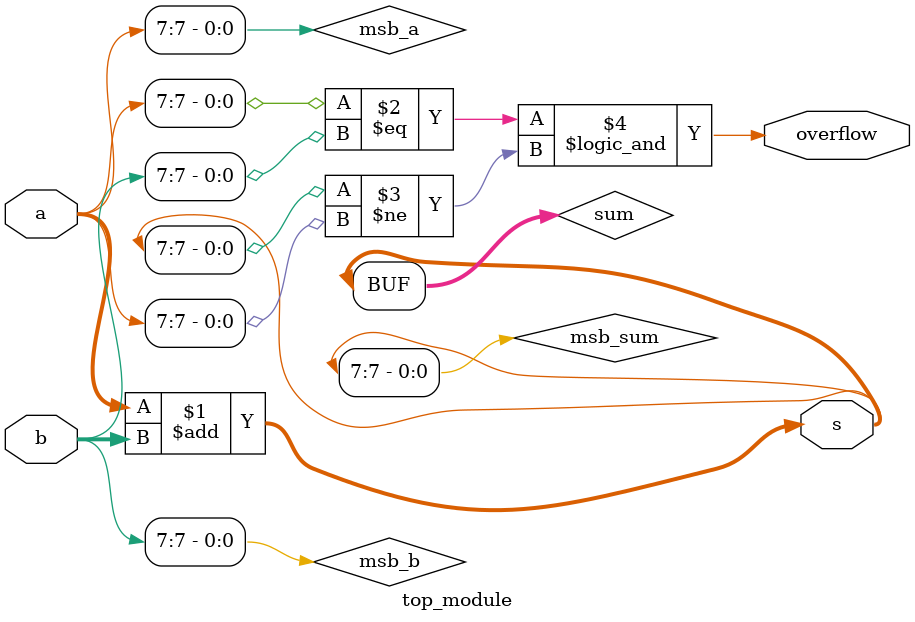
<source format=sv>
module top_module (
    input [7:0] a,
    input [7:0] b,
    output [7:0] s,
    output overflow
);
    wire [7:0] sum;
    wire msb_a, msb_b, msb_sum;

    assign sum = a + b;
    assign s = sum;
    
    assign msb_a = a[7];
    assign msb_b = b[7];
    assign msb_sum = sum[7];
    
    assign overflow = (msb_a == msb_b) && (msb_sum != msb_a);

endmodule

</source>
